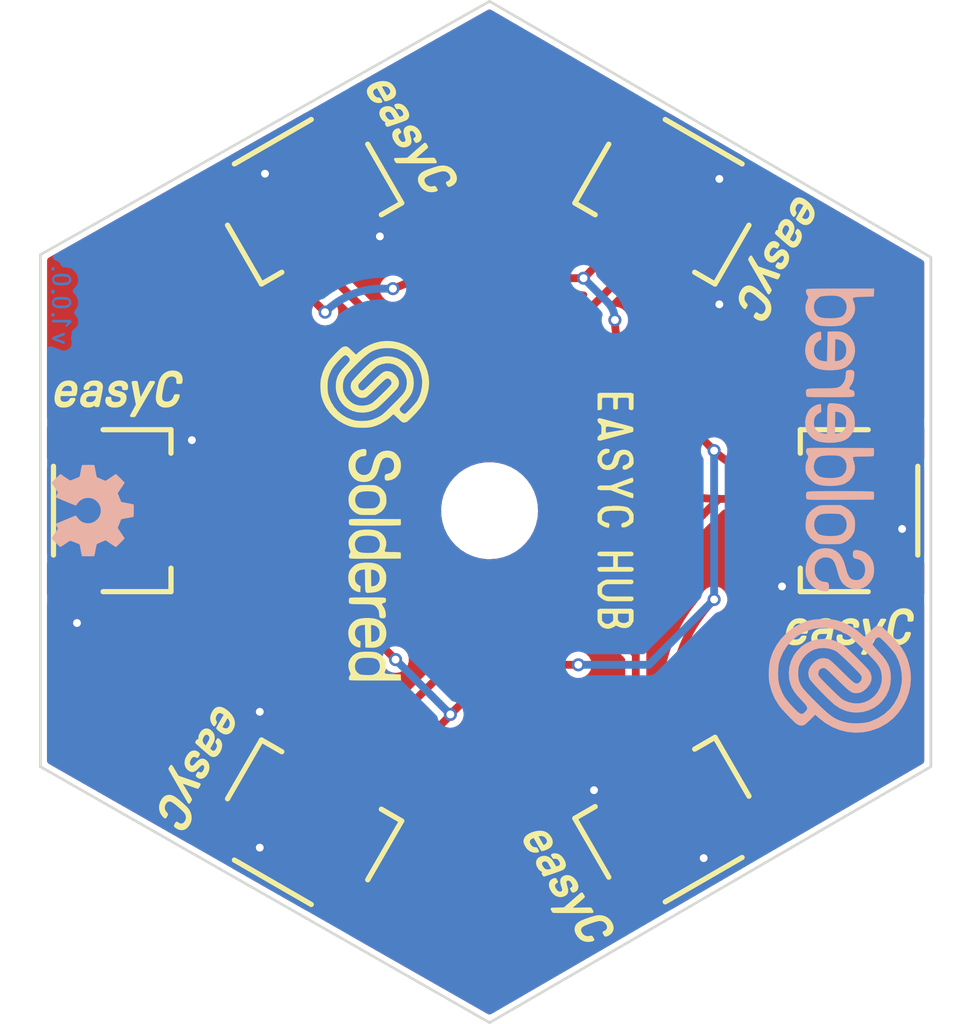
<source format=kicad_pcb>
(kicad_pcb (version 20210623) (generator pcbnew)
  (title_block (title "easyC hub") (date "2021-07-20") (rev "V1.0.0.") (company "SOLDERED") (comment 1 "333043"))
  (layers (0 "F.Cu" signal) (31 "B.Cu" signal) (34 "B.Paste" user) (35 "F.Paste" user) (36 "B.SilkS" user "B.Silkscreen") (37 "F.SilkS" user "F.Silkscreen") (38 "B.Mask" user) (39 "F.Mask" user) (44 "Edge.Cuts" user))
  (net 0 "")
  (net 1 "SCL")
  (net 2 "SDA")
  (net 3 "3V3")
  (net 4 "GND")
  (footprint "e-radionica.com footprinti:FIDUCIAL_23" (layer "F.Cu") (at 90.3 67 -90)
    (fp_text reference "FD1")
    (fp_text value "FIDUCIAL")
    (fp_circle (center 0 0) (end 1 0) (layer "F.Cu") (width 0.2) (fill none))
    (pad "1" smd circle (at 0 0 270) (size 1 1) (layers "F.Cu" "F.Paste" "F.Mask") (clearance 1.1))
  )
  (footprint "Soldered Graphics:Logo-Front-easyC-5mm" (layer "F.Cu") (at 78.3 92.6 -120)
    (fp_text reference "G***" hide)
    (fp_text value "LOGO" hide)
  )
  (footprint "e-radionica.com footprinti:easyC-connector" (layer "F.Cu") (at 96.3 71.1 -30)
    (fp_text reference "K5")
    (fp_text value "easyC-SMD")
    (pad "1" smd rect locked (at -1.5 2.15 330) (size 0.6 1.55) (layers "F.Cu" "F.Paste" "F.Mask") (net 1 "SCL"))
    (pad "2" smd rect locked (at -0.5 2.15 330) (size 0.6 1.55) (layers "F.Cu" "F.Paste" "F.Mask") (net 2 "SDA"))
    (pad "3" smd rect locked (at 0.5 2.15 330) (size 0.6 1.55) (layers "F.Cu" "F.Paste" "F.Mask") (net 3 "3V3"))
    (pad "4" smd rect locked (at 1.5 2.15 330) (size 0.6 1.55) (layers "F.Cu" "F.Paste" "F.Mask") (net 4 "GND"))
    (pad "5" smd rect locked (at -2.6 -2.15 330) (size 1.2 1.8) (layers "F.Cu" "F.Paste" "F.Mask") (net 4 "GND"))
    (pad "5" smd rect locked (at 2.6 -2.15 330) (size 1.2 1.8) (layers "F.Cu" "F.Paste" "F.Mask") (net 4 "GND"))
  )
  (footprint "e-radionica.com footprinti:easyC-connector" (layer "F.Cu") (at 103.1 82.8 -90)
    (fp_text reference "K4")
    (fp_text value "easyC-SMD")
    (pad "1" smd rect locked (at -1.5 2.15 270) (size 0.6 1.55) (layers "F.Cu" "F.Paste" "F.Mask") (net 1 "SCL"))
    (pad "2" smd rect locked (at -0.5 2.15 270) (size 0.6 1.55) (layers "F.Cu" "F.Paste" "F.Mask") (net 2 "SDA"))
    (pad "3" smd rect locked (at 0.5 2.15 270) (size 0.6 1.55) (layers "F.Cu" "F.Paste" "F.Mask") (net 3 "3V3"))
    (pad "4" smd rect locked (at 1.5 2.15 270) (size 0.6 1.55) (layers "F.Cu" "F.Paste" "F.Mask") (net 4 "GND"))
    (pad "5" smd rect locked (at -2.6 -2.15 270) (size 1.2 1.8) (layers "F.Cu" "F.Paste" "F.Mask") (net 4 "GND"))
    (pad "5" smd rect locked (at 2.6 -2.15 270) (size 1.2 1.8) (layers "F.Cu" "F.Paste" "F.Mask") (net 4 "GND"))
  )
  (footprint "e-radionica.com footprinti:easyC-connector" (layer "F.Cu") (at 96.3 94.5 -150)
    (fp_text reference "K3")
    (fp_text value "easyC-SMD")
    (pad "1" smd rect locked (at -1.5 2.15 210) (size 0.6 1.55) (layers "F.Cu" "F.Paste" "F.Mask") (net 1 "SCL"))
    (pad "2" smd rect locked (at -0.5 2.15 210) (size 0.6 1.55) (layers "F.Cu" "F.Paste" "F.Mask") (net 2 "SDA"))
    (pad "3" smd rect locked (at 0.5 2.15 210) (size 0.6 1.55) (layers "F.Cu" "F.Paste" "F.Mask") (net 3 "3V3"))
    (pad "4" smd rect locked (at 1.5 2.15 210) (size 0.6 1.55) (layers "F.Cu" "F.Paste" "F.Mask") (net 4 "GND"))
    (pad "5" smd rect locked (at -2.6 -2.15 210) (size 1.2 1.8) (layers "F.Cu" "F.Paste" "F.Mask") (net 4 "GND"))
    (pad "5" smd rect locked (at 2.6 -2.15 210) (size 1.2 1.8) (layers "F.Cu" "F.Paste" "F.Mask") (net 4 "GND"))
  )
  (footprint "Soldered Graphics:Logo-Front-easyC-5mm" (layer "F.Cu") (at 103.3 87.4)
    (fp_text reference "G***" hide)
    (fp_text value "LOGO" hide)
  )
  (footprint "Soldered Graphics:Logo-Front-easyC-5mm" (layer "F.Cu") (at 75.3 78.3)
    (fp_text reference "G***" hide)
    (fp_text value "LOGO" hide)
  )
  (footprint "Soldered Graphics:Logo-Back-SolderedFULL-17mm" (layer "F.Cu") (at 102.91 82.8 -90)
    (fp_text reference "REF**" hide)
    (fp_text value "Logo-Front-SolderedFULL-17mm" hide)
  )
  (footprint "buzzardLabel" (layer "F.Cu") (at 94.3 82.8 -90)
    (fp_text reference "" (at 0 0 90) (layer "F.SilkS") (effects (font (size 1.27 1.27))))
    (fp_text value "" (at 0 0 90) (layer "F.SilkS") (effects (font (size 1.27 1.27))))
  )
  (footprint "e-radionica.com footprinti:easyC-connector" (layer "F.Cu") (at 75.6 82.8 90)
    (fp_text reference "K1")
    (fp_text value "easyC-SMD")
    (pad "1" smd rect locked (at -1.5 2.15 90) (size 0.6 1.55) (layers "F.Cu" "F.Paste" "F.Mask") (net 1 "SCL"))
    (pad "2" smd rect locked (at -0.5 2.15 90) (size 0.6 1.55) (layers "F.Cu" "F.Paste" "F.Mask") (net 2 "SDA"))
    (pad "3" smd rect locked (at 0.5 2.15 90) (size 0.6 1.55) (layers "F.Cu" "F.Paste" "F.Mask") (net 3 "3V3"))
    (pad "4" smd rect locked (at 1.5 2.15 90) (size 0.6 1.55) (layers "F.Cu" "F.Paste" "F.Mask") (net 4 "GND"))
    (pad "5" smd rect locked (at -2.6 -2.15 90) (size 1.2 1.8) (layers "F.Cu" "F.Paste" "F.Mask") (net 4 "GND"))
    (pad "5" smd rect locked (at 2.6 -2.15 90) (size 1.2 1.8) (layers "F.Cu" "F.Paste" "F.Mask") (net 4 "GND"))
  )
  (footprint "Soldered Graphics:Logo-Front-easyC-5mm" (layer "F.Cu") (at 100.5 73.1 -120)
    (fp_text reference "G***" hide)
    (fp_text value "LOGO" hide)
  )
  (footprint "e-radionica.com footprinti:HOLE_3.2mm" (layer "F.Cu") (at 89.5 82.8 -90)
    (fp_text reference "H1" hide)
    (fp_text value "HOLE_3.2mm" hide)
    (pad "" np_thru_hole circle locked (at 0 0 270) (size 3.2 3.2) (drill 3.2) (layers F&B.Cu *.Mask))
  )
  (footprint "Soldered Graphics:Logo-Front-SolderedFULL-13mm" (layer "F.Cu") (at 85.1 82.8 -90)
    (fp_text reference "REF**" hide)
    (fp_text value "Logo-Front-SolderedFULL-13mm" hide)
  )
  (footprint "Soldered Graphics:Logo-Back-OSH-3.5mm" (layer "F.Cu") (at 74.3 82.8 -90)
    (fp_text reference "G***" hide)
    (fp_text value "LOGO" hide)
  )
  (footprint "e-radionica.com footprinti:easyC-connector" (layer "F.Cu") (at 82.6 71.1 30)
    (fp_text reference "K6")
    (fp_text value "easyC-SMD")
    (pad "1" smd rect locked (at -1.5 2.15 30) (size 0.6 1.55) (layers "F.Cu" "F.Paste" "F.Mask") (net 1 "SCL"))
    (pad "2" smd rect locked (at -0.5 2.15 30) (size 0.6 1.55) (layers "F.Cu" "F.Paste" "F.Mask") (net 2 "SDA"))
    (pad "3" smd rect locked (at 0.5 2.15 30) (size 0.6 1.55) (layers "F.Cu" "F.Paste" "F.Mask") (net 3 "3V3"))
    (pad "4" smd rect locked (at 1.5 2.15 30) (size 0.6 1.55) (layers "F.Cu" "F.Paste" "F.Mask") (net 4 "GND"))
    (pad "5" smd rect locked (at -2.6 -2.15 30) (size 1.2 1.8) (layers "F.Cu" "F.Paste" "F.Mask") (net 4 "GND"))
    (pad "5" smd rect locked (at 2.6 -2.15 30) (size 1.2 1.8) (layers "F.Cu" "F.Paste" "F.Mask") (net 4 "GND"))
  )
  (footprint "e-radionica.com footprinti:easyC-connector" (layer "F.Cu") (at 82.6 94.6 150)
    (fp_text reference "K2")
    (fp_text value "easyC-SMD")
    (pad "1" smd rect locked (at -1.5 2.15 150) (size 0.6 1.55) (layers "F.Cu" "F.Paste" "F.Mask") (net 1 "SCL"))
    (pad "2" smd rect locked (at -0.5 2.15 150) (size 0.6 1.55) (layers "F.Cu" "F.Paste" "F.Mask") (net 2 "SDA"))
    (pad "3" smd rect locked (at 0.5 2.15 150) (size 0.6 1.55) (layers "F.Cu" "F.Paste" "F.Mask") (net 3 "3V3"))
    (pad "4" smd rect locked (at 1.5 2.15 150) (size 0.6 1.55) (layers "F.Cu" "F.Paste" "F.Mask") (net 4 "GND"))
    (pad "5" smd rect locked (at -2.6 -2.15 150) (size 1.2 1.8) (layers "F.Cu" "F.Paste" "F.Mask") (net 4 "GND"))
    (pad "5" smd rect locked (at 2.6 -2.15 150) (size 1.2 1.8) (layers "F.Cu" "F.Paste" "F.Mask") (net 4 "GND"))
  )
  (footprint "Soldered Graphics:Logo-Front-easyC-5mm" (layer "F.Cu") (at 92.4 97.2 -60)
    (fp_text reference "G***" hide)
    (fp_text value "LOGO" hide)
  )
  (footprint "Soldered Graphics:Logo-Front-easyC-5mm" (layer "F.Cu") (at 86.4 68.5 -60)
    (fp_text reference "G***" hide)
    (fp_text value "LOGO" hide)
  )
  (footprint "Soldered Graphics:Version1.0.0." (layer "B.Cu") (at 73.1 74.9 90)
    (fp_text reference "Ref**" hide)
    (fp_text value "Val**" hide)
    (fp_poly (pts (xy 1.31 -0.38) (xy 1.36 -0.38) (xy 1.41 -0.37) (xy 1.42 -0.33) (xy 1.42 -0.27) (xy 1.38 -0.26) (xy 1.33 -0.26) (xy 1.3 -0.29) (xy 1.3 -0.34) (xy 1.31 -0.38)) (layer "B.Cu") (width 0.01) (fill solid))
    (fp_poly (pts (xy 0.93 -0.35) (xy 0.99 -0.35) (xy 1.04 -0.33) (xy 1.01 -0.28) (xy 0.91 -0.28) (xy 0.87 -0.25) (xy 0.85 -0.2) (xy 0.83 -0.15) (xy 0.83 -0.11) (xy 0.82 0.01) (xy 0.83 0.13) (xy 0.83 0.17) (xy 0.84 0.22) (xy 0.87 0.27) (xy 0.9 0.3) (xy 1.01 0.3) (xy 1.04 0.26) (xy 1.05 0.21) (xy 1.06 0.15) (xy 1.07 0.05) (xy 1.07 -0.08) (xy 1.06 -0.12) (xy 1.06 -0.17) (xy 1.04 -0.22) (xy 1.02 -0.27) (xy 1.01 -0.28) (xy 1.05 -0.32) (xy 1.09 -0.29) (xy 1.12 -0.26) (xy 1.14 -0.22) (xy 1.15 -0.16) (xy 1.16 -0.11) (xy 1.16 -0.06) (xy 1.16 0.06) (xy 1.16 0.12) (xy 1.15 0.17) (xy 1.14 0.22) (xy 1.13 0.27) (xy 1.1 0.3) (xy 1.06 0.34) (xy 1.01 0.37) (xy 0.95 0.38) (xy 0.9 0.38) (xy 0.84 0.35) (xy 0.8 0.31) (xy 0.78 0.28) (xy 0.75 0.23) (xy 0.74 0.18) (xy 0.74 0.13) (xy 0.73 0.08) (xy 0.73 -0.04) (xy 0.73 -0.1) (xy 0.74 -0.14) (xy 0.75 -0.2) (xy 0.77 -0.25) (xy 0.79 -0.28) (xy 0.83 -0.32) (xy 0.89 -0.35) (xy 0.93 -0.35)) (layer "B.Cu") (width 0.01) (fill solid))
    (fp_poly (pts (xy -0.44 -0.38) (xy -0.39 -0.38) (xy -0.34 -0.37) (xy -0.34 -0.33) (xy -0.34 -0.27) (xy -0.38 -0.26) (xy -0.43 -0.26) (xy -0.46 -0.29) (xy -0.46 -0.34) (xy -0.44 -0.38)) (layer "B.Cu") (width 0.01) (fill solid))
    (fp_poly (pts (xy 0.06 -0.35) (xy 0.11 -0.35) (xy 0.17 -0.33) (xy 0.13 -0.28) (xy 0.03 -0.28) (xy -0.01 -0.25) (xy -0.03 -0.2) (xy -0.05 -0.15) (xy -0.05 -0.11) (xy -0.05 0.01) (xy -0.05 0.13) (xy -0.05 0.17) (xy -0.03 0.22) (xy -0.01 0.27) (xy 0.02 0.3) (xy 0.13 0.3) (xy 0.16 0.26) (xy 0.18 0.21) (xy 0.18 0.15) (xy 0.19 0.05) (xy 0.19 -0.08) (xy 0.19 -0.12) (xy 0.18 -0.17) (xy 0.16 -0.22) (xy 0.14 -0.27) (xy 0.14 -0.28) (xy 0.17 -0.32) (xy 0.21 -0.29) (xy 0.24 -0.26) (xy 0.26 -0.22) (xy 0.27 -0.16) (xy 0.28 -0.11) (xy 0.28 -0.06) (xy 0.28 0.06) (xy 0.28 0.12) (xy 0.27 0.17) (xy 0.26 0.22) (xy 0.25 0.27) (xy 0.22 0.3) (xy 0.19 0.34) (xy 0.13 0.37) (xy 0.08 0.38) (xy 0.02 0.38) (xy -0.03 0.35) (xy -0.08 0.31) (xy -0.1 0.28) (xy -0.12 0.23) (xy -0.14 0.18) (xy -0.14 0.13) (xy -0.15 0.08) (xy -0.15 -0.04) (xy -0.14 -0.1) (xy -0.14 -0.14) (xy -0.13 -0.2) (xy -0.11 -0.25) (xy -0.08 -0.28) (xy -0.05 -0.32) (xy 0.01 -0.35) (xy 0.06 -0.35)) (layer "B.Cu") (width 0.01) (fill solid))
    (fp_poly (pts (xy 0.43 -0.38) (xy 0.48 -0.38) (xy 0.54 -0.37) (xy 0.54 -0.33) (xy 0.54 -0.27) (xy 0.5 -0.26) (xy 0.45 -0.26) (xy 0.42 -0.29) (xy 0.42 -0.34) (xy 0.43 -0.38)) (layer "B.Cu") (width 0.01) (fill solid))
    (fp_poly (pts (xy -1.33 -0.35) (xy -1.27 -0.35) (xy -1.25 -0.31) (xy -1.09 0.1) (xy -1.11 0.13) (xy -1.16 0.13) (xy -1.19 0.1) (xy -1.28 -0.16) (xy -1.3 -0.21) (xy -1.32 -0.17) (xy -1.41 0.09) (xy -1.44 0.13) (xy -1.49 0.13) (xy -1.51 0.1) (xy -1.36 -0.31) (xy -1.33 -0.35)) (layer "B.Cu") (width 0.01) (fill solid))
    (fp_poly (pts (xy -0.67 -0.35) (xy -0.62 -0.35) (xy -0.6 -0.31) (xy -0.6 0.35) (xy -0.64 0.38) (xy -0.69 0.38) (xy -0.73 0.34) (xy -0.84 0.22) (xy -0.86 0.17) (xy -0.83 0.16) (xy -0.73 0.22) (xy -0.69 0.23) (xy -0.69 -0.31) (xy -0.67 -0.35)) (layer "B.Cu") (width 0.01) (fill solid))
  )
  (gr_line (start 72.3 73) (end 72.3 92.6) (layer "Edge.Cuts") (width 0.1))
  (gr_line (start 106.4 92.6) (end 106.4 73.1) (layer "Edge.Cuts") (width 0.1))
  (gr_line (start 89.5 63.3) (end 72.3 73) (layer "Edge.Cuts") (width 0.1))
  (gr_line (start 106.4 73.1) (end 89.5 63.3) (layer "Edge.Cuts") (width 0.1))
  (gr_line (start 72.3 92.6) (end 89.5 102.4) (layer "Edge.Cuts") (width 0.1))
  (gr_line (start 89.5 102.4) (end 106.4 92.6) (layer "Edge.Cuts") (width 0.1))
  (segment (start 82.845487 74.845487) (end 83.2 75.2) (width 0.3) (layer "F.Cu") (net 1))
  (segment (start 85.844209 74.290972) (end 86.215909 74.137009) (width 0.3) (layer "F.Cu") (net 1))
  (segment (start 100.85 81.35) (end 100.152081 81.35) (width 0.3) (layer "F.Cu") (net 1))
  (segment (start 88 90.631041) (end 85.142996 93.488045) (width 0.3) (layer "F.Cu") (net 1))
  (segment (start 85.835181 74.3) (end 85.844209 74.290972) (width 0.3) (layer "F.Cu") (net 1))
  (segment (start 96.524038 91.888045) (end 96.524038 90.004708) (width 0.3) (layer "F.Cu") (net 1))
  (segment (start 87.597056 73.9) (end 93.1 73.9) (width 0.3) (layer "F.Cu") (net 1))
  (segment (start 88 90.6) (end 88 90.631041) (width 0.3) (layer "F.Cu") (net 1))
  (segment (start 88 90.6) (end 89.9 88.7) (width 0.3) (layer "F.Cu") (net 1))
  (segment (start 87.395893 73.902295) (end 87.597056 73.9) (width 0.3) (layer "F.Cu") (net 1))
  (segment (start 86.995505 73.94173) (end 87.395893 73.902295) (width 0.3) (layer "F.Cu") (net 1))
  (segment (start 84.507717 87.107716) (end 85.9 88.5) (width 0.3) (layer "F.Cu") (net 1))
  (segment (start 93.5 72.637917) (end 93.925962 72.211955) (width 0.3) (layer "F.Cu") (net 1))
  (segment (start 95.148528 77.548528) (end 98.1 80.5) (width 0.3) (layer "F.Cu") (net 1))
  (segment (start 86.60091 74.02022) (end 86.995505 73.94173) (width 0.3) (layer "F.Cu") (net 1))
  (segment (start 85.8 74.3) (end 85.835181 74.3) (width 0.3) (layer "F.Cu") (net 1))
  (segment (start 93.5 73.5) (end 93.5 72.637917) (width 0.3) (layer "F.Cu") (net 1))
  (segment (start 93.1 73.9) (end 93.5 73.5) (width 0.3) (layer "F.Cu") (net 1))
  (segment (start 86.215909 74.137009) (end 86.60091 74.02022) (width 0.3) (layer "F.Cu") (net 1))
  (segment (start 85.142996 93.488045) (end 84.974038 93.488045) (width 0.3) (layer "F.Cu") (net 1))
  (segment (start 89.9 88.7) (end 92.9 88.7) (width 0.3) (layer "F.Cu") (net 1))
  (via (at 85.8 74.3) (size 0.5) (drill 0.3) (layers "F.Cu" "B.Cu") (net 1))
  (via (at 85.9 88.5) (size 0.5) (drill 0.3) (layers "F.Cu" "B.Cu") (net 1))
  (via (at 98.1 86.2) (size 0.5) (drill 0.3) (layers "F.Cu" "B.Cu") (net 1))
  (via (at 98.1 80.5) (size 0.5) (drill 0.3) (layers "F.Cu" "B.Cu") (net 1))
  (via (at 88 90.6) (size 0.5) (drill 0.3) (layers "F.Cu" "B.Cu") (net 1))
  (via (at 83.2 75.2) (size 0.5) (drill 0.3) (layers "F.Cu" "B.Cu") (net 1))
  (via (at 92.9 88.7) (size 0.5) (drill 0.3) (layers "F.Cu" "B.Cu") (net 1))
  (via (at 94.3 75.5) (size 0.5) (drill 0.3) (layers "F.Cu" "B.Cu") (net 1))
  (via (at 93.1 73.9) (size 0.5) (drill 0.3) (layers "F.Cu" "B.Cu") (net 1))
  (arc (start 82.375962 73.711955) (mid 82.497987 74.325417) (end 82.845487 74.845487) (width 0.3) (layer "F.Cu") (net 1))
  (arc (start 77.85 84.35) (mid 81.45313 85.066707) (end 84.507717 87.107716) (width 0.3) (layer "F.Cu") (net 1))
  (arc (start 96.524038 90.004708) (mid 96.933617 87.945615) (end 98.1 86.2) (width 0.3) (layer "F.Cu") (net 1))
  (arc (start 94.3 75.5) (mid 94.520525 76.608655) (end 95.148528 77.548528) (width 0.3) (layer "F.Cu") (net 1))
  (arc (start 100.152081 81.35) (mid 99.041503 81.129092) (end 98.1 80.5) (width 0.3) (layer "F.Cu") (net 1))
  (segment (start 95.6 88.7) (end 92.9 88.7) (width 0.3) (layer "B.Cu") (net 1))
  (segment (start 85.9 88.5) (end 88 90.6) (width 0.3) (layer "B.Cu") (net 1))
  (segment (start 98.1 86.2) (end 95.6 88.7) (width 0.3) (layer "B.Cu") (net 1))
  (segment (start 85.8 74.3) (end 85.372792 74.3) (width 0.3) (layer "B.Cu") (net 1))
  (segment (start 93.1 73.9) (end 94.017157 74.817157) (width 0.3) (layer "B.Cu") (net 1))
  (segment (start 98.1 80.5) (end 98.1 86.2) (width 0.3) (layer "B.Cu") (net 1))
  (arc (start 94.017157 74.817157) (mid 94.226491 75.130448) (end 94.3 75.5) (width 0.3) (layer "B.Cu") (net 1))
  (arc (start 85.372792 74.3) (mid 84.196886 74.533902) (end 83.2 75.2) (width 0.3) (layer "B.Cu") (net 1))
  (segment (start 87.609589 89.093919) (end 88.013358 88.749068) (width 0.3) (layer "F.Cu") (net 2))
  (segment (start 84.6 92.1) (end 87.420101 89.279899) (width 0.3) (layer "F.Cu") (net 2))
  (segment (start 92.3 77) (end 91.2 75.9) (width 0.3) (layer "F.Cu") (net 2))
  (segment (start 100.85 82.35) (end 98.283452 82.35) (width 0.3) (layer "F.Cu") (net 2))
  (segment (start 84.900017 80.299983) (end 84.678427 80.521573) (width 0.3) (layer "F.Cu") (net 2))
  (segment (start 94.791987 72.908013) (end 94.2 73.5) (width 0.3) (layer "F.Cu") (net 2))
  (segment (start 91.120102 75.9) (end 87.5 75.9) (width 0.3) (layer "F.Cu") (net 2))
  (segment (start 91.40515 87.344141) (end 91.934504 87.30248) (width 0.3) (layer "F.Cu") (net 2))
  (segment (start 84.388068 92.311931) (end 84.6 92.1) (width 0.3) (layer "F.Cu") (net 2))
  (segment (start 96.133733 84.499719) (end 98.283452 82.35) (width 0.3) (layer "F.Cu") (net 2))
  (segment (start 92.3 78.7) (end 92.3 77) (width 0.3) (layer "F.Cu") (net 2))
  (segment (start 91.934504 87.30248) (end 94.10248 87.30248) (width 0.3) (layer "F.Cu") (net 2))
  (segment (start 84.2 74.6) (end 85.075735 75.475735) (width 0.3) (layer "F.Cu") (net 2))
  (segment (start 85.6 78.3) (end 85.6 78.610075) (width 0.3) (layer "F.Cu") (net 2))
  (segment (start 94.791987 72.711955) (end 94.791987 72.908013) (width 0.3) (layer "F.Cu") (net 2))
  (segment (start 90.364375 87.551164) (end 90.880696 87.427206) (width 0.3) (layer "F.Cu") (net 2))
  (segment (start 87.5 75.9) (end 86.1 75.9) (width 0.3) (layer "F.Cu") (net 2))
  (segment (start 94.2 73.5) (end 94.2 74.2) (width 0.3) (layer "F.Cu") (net 2))
  (segment (start 87.420101 89.279899) (end 87.609589 89.093919) (width 0.3) (layer "F.Cu") (net 2))
  (segment (start 88.013358 88.749068) (end 88.442939 88.436958) (width 0.3) (layer "F.Cu") (net 2))
  (segment (start 89.3688 87.918451) (end 89.859372 87.715249) (width 0.3) (layer "F.Cu") (net 2))
  (segment (start 88.895683 88.159516) (end 89.3688 87.918451) (width 0.3) (layer "F.Cu") (net 2))
  (segment (start 83.1 72.9) (end 83.163804 72.963804) (width 0.3) (layer "F.Cu") (net 2))
  (segment (start 91.2 75.9) (end 91.120102 75.9) (width 0.3) (layer "F.Cu") (net 2))
  (segment (start 94.3 80.7) (end 92.3 78.7) (width 0.3) (layer "F.Cu") (net 2))
  (segment (start 90.880696 87.427206) (end 91.40515 87.344141) (width 0.3) (layer "F.Cu") (net 2))
  (segment (start 94.2 74.2) (end 92.5 75.9) (width 0.3) (layer "F.Cu") (net 2))
  (segment (start 94.10248 87.30248) (end 95.1 88.3) (width 0.3) (layer "F.Cu") (net 2))
  (segment (start 95.1 91.040883) (end 95.1 86.995372) (width 0.3) (layer "F.Cu") (net 2))
  (segment (start 89.859372 87.715249) (end 90.364375 87.551164) (width 0.3) (layer "F.Cu") (net 2))
  (segment (start 83.546066 73.946065) (end 84.2 74.6) (width 0.3) (layer "F.Cu") (net 2))
  (segment (start 87.5 75.9) (end 85.953554 77.446446) (width 0.3) (layer "F.Cu") (net 2))
  (segment (start 92.5 75.9) (end 91.120102 75.9) (width 0.3) (layer "F.Cu") (net 2))
  (segment (start 88.442939 88.436958) (end 88.895683 88.159516) (width 0.3) (layer "F.Cu") (net 2))
  (arc (start 83.241987 73.211955) (mid 83.321014 73.609253) (end 83.546066 73.946065) (width 0.3) (layer "F.Cu") (net 2))
  (arc (start 84.678427 80.521573) (mid 81.545518 82.614916) (end 77.85 83.35) (width 0.3) (layer "F.Cu") (net 2))
  (arc (start 98.283452 82.35) (mid 96.127624 81.921179) (end 94.3 80.7) (width 0.3) (layer "F.Cu") (net 2))
  (arc (start 85.075735 75.475735) (mid 85.545671 75.789737) (end 86.1 75.9) (width 0.3) (layer "F.Cu") (net 2))
  (arc (start 95.1 86.995372) (mid 95.368659 85.644734) (end 96.133733 84.499719) (width 0.3) (layer "F.Cu") (net 2))
  (arc (start 84.108013 92.988045) (mid 84.180797 92.622135) (end 84.388068 92.311931) (width 0.3) (layer "F.Cu") (net 2))
  (arc (start 85.953554 77.446446) (mid 85.691886 77.83806) (end 85.6 78.3) (width 0.3) (layer "F.Cu") (net 2))
  (arc (start 83.163804 72.963804) (mid 83.270534 73.123537) (end 83.308013 73.311955) (width 0.3) (layer "F.Cu") (net 2))
  (arc (start 95.658013 92.388045) (mid 95.245024 91.769963) (end 95.1 91.040883) (width 0.3) (layer "F.Cu") (net 2))
  (arc (start 85.6 78.610075) (mid 85.418081 79.524646) (end 84.900017 80.299983) (width 0.3) (layer "F.Cu") (net 2))
  (segment (start 93.037259 70.1) (end 93.27566 70.102452) (width 0.3) (layer "F.Cu") (net 3))
  (segment (start 82.909669 93.29033) (end 82.8 93.4) (width 0.3) (layer "F.Cu") (net 3))
  (segment (start 82.075736 93.7) (end 81.3 93.7) (width 0.3) (layer "F.Cu") (net 3))
  (segment (start 77.397057 89.797057) (end 81.3 93.7) (width 0.3) (layer "F.Cu") (net 3))
  (segment (start 95.128812 70.513286) (end 95.560942 70.714792) (width 0.3) (layer "F.Cu") (net 3))
  (segment (start 96.265685 94.3) (end 96.4 94.3) (width 0.3) (layer "F.Cu") (net 3))
  (segment (start 103.1 77.7) (end 103.1 83.7) (width 0.3) (layer "F.Cu") (net 3))
  (segment (start 77.85 82.35) (end 76.262132 82.35) (width 0.3) (layer "F.Cu") (net 3))
  (segment (start 97.037763 71.9) (end 97.1 71.9) (width 0.3) (layer "F.Cu") (net 3))
  (segment (start 95.846446 94.853554) (end 96.4 94.3) (width 0.3) (layer "F.Cu") (net 3))
  (segment (start 94.680764 70.35021) (end 95.128812 70.513286) (width 0.3) (layer "F.Cu") (net 3))
  (segment (start 96.364439 71.226676) (end 97.037763 71.9) (width 0.3) (layer "F.Cu") (net 3))
  (segment (start 75.7 82.982842) (end 75.7 85.7) (width 0.3) (layer "F.Cu") (net 3))
  (segment (start 103.1 89.3) (end 103.1 83.7) (width 0.3) (layer "F.Cu") (net 3))
  (segment (start 83.893094 72.193093) (end 83.4 71.7) (width 0.3) (layer "F.Cu") (net 3))
  (segment (start 99.8 92.6) (end 103.1 89.3) (width 0.3) (layer "F.Cu") (net 3))
  (segment (start 97.1 71.9) (end 97.3 71.9) (width 0.3) (layer "F.Cu") (net 3))
  (segment (start 84.624264 70.1) (end 93.037259 70.1) (width 0.3) (layer "F.Cu") (net 3))
  (segment (start 93.750649 70.144008) (end 94.220208 70.226804) (width 0.3) (layer "F.Cu") (net 3))
  (segment (start 83.4 71.7) (end 83.4 71.607106) (width 0.3) (layer "F.Cu") (net 3))
  (segment (start 97.3 71.9) (end 103.1 77.7) (width 0.3) (layer "F.Cu") (net 3))
  (segment (start 95.973865 70.953193) (end 96.364439 71.226676) (width 0.3) (layer "F.Cu") (net 3))
  (segment (start 95.560942 70.714792) (end 95.973865 70.953193) (width 0.3) (layer "F.Cu") (net 3))
  (segment (start 95.990331 72.40967) (end 96.1 72.3) (width 0.3) (layer "F.Cu") (net 3))
  (segment (start 100.85 83.35) (end 102.255026 83.35) (width 0.3) (layer "F.Cu") (net 3))
  (segment (start 97.065685 71.9) (end 97.1 71.9) (width 0.3) (layer "F.Cu") (net 3))
  (segment (start 85.162741 95.3) (end 94.76863 95.3) (width 0.3) (layer "F.Cu") (net 3))
  (segment (start 99.302081 93.097919) (end 99.8 92.6) (width 0.3) (layer "F.Cu") (net 3))
  (segment (start 93.27566 70.102452) (end 93.750649 70.144008) (width 0.3) (layer "F.Cu") (net 3))
  (segment (start 95.148328 93.748328) (end 95.3 93.9) (width 0.3) (layer "F.Cu") (net 3))
  (segment (start 94.220208 70.226804) (end 94.680764 70.35021) (width 0.3) (layer "F.Cu") (net 3))
  (arc (start 76.262132 82.35) (mid 76.066148 82.388983) (end 75.9 82.5) (width 0.3) (layer "F.Cu") (net 3))
  (arc (start 95.3 93.9) (mid 95.743059 94.196043) (end 96.265685 94.3) (width 0.3) (layer "F.Cu") (net 3))
  (arc (start 96.1 72.3) (mid 96.543059 72.003957) (end 97.065685 71.9) (width 0.3) (layer "F.Cu") (net 3))
  (arc (start 84.108013 72.711955) (mid 84.052157 72.431149) (end 83.893094 72.193093) (width 0.3) (layer "F.Cu") (net 3))
  (arc (start 96.4 94.3) (mid 97.970595 93.987589) (end 99.302081 93.097919) (width 0.3) (layer "F.Cu") (net 3))
  (arc (start 83.241987 92.488045) (mid 83.15562 92.922239) (end 82.909669 93.29033) (width 0.3) (layer "F.Cu") (net 3))
  (arc (start 75.9 82.5) (mid 75.751978 82.72153) (end 75.7 82.982842) (width 0.3) (layer "F.Cu") (net 3))
  (arc (start 83.4 71.607106) (mid 83.529946 70.953825) (end 83.9 70.4) (width 0.3) (layer "F.Cu") (net 3))
  (arc (start 94.76863 95.3) (mid 95.35194 95.183972) (end 95.846446 94.853554) (width 0.3) (layer "F.Cu") (net 3))
  (arc (start 75.7 85.7) (mid 76.141051 87.917312) (end 77.397057 89.797057) (width 0.3) (layer "F.Cu") (net 3))
  (arc (start 83.9 70.4) (mid 84.232294 70.177968) (end 84.624264 70.1) (width 0.3) (layer "F.Cu") (net 3))
  (arc (start 95.658013 73.211955) (mid 95.74438 72.777761) (end 95.990331 72.40967) (width 0.3) (layer "F.Cu") (net 3))
  (arc (start 102.255026 83.35) (mid 102.712322 83.440962) (end 103.1 83.7) (width 0.3) (layer "F.Cu") (net 3))
  (arc (start 94.791987 92.888045) (mid 94.884597 93.353627) (end 95.148328 93.748328) (width 0.3) (layer "F.Cu") (net 3))
  (arc (start 81.3 93.7) (mid 83.072241 94.884174) (end 85.162741 95.3) (width 0.3) (layer "F.Cu") (net 3))
  (arc (start 82.8 93.4) (mid 82.467706 93.622032) (end 82.075736 93.7) (width 0.3) (layer "F.Cu") (net 3))
  (segment (start 82.321801 92.078198) (end 82.1 92.3) (width 0.3) (layer "F.Cu") (net 4))
  (via (at 73.7 87.1) (size 0.5) (drill 0.3) (layers "F.Cu" "B.Cu") (net 4))
  (via (at 78.1 80.1) (size 0.5) (drill 0.3) (layers "F.Cu" "B.Cu") (net 4))
  (via (at 98.3 74.9) (size 0.5) (drill 0.3) (layers "F.Cu" "B.Cu") (net 4))
  (via (at 98.3 70.1) (size 0.5) (drill 0.3) (layers "F.Cu" "B.Cu") (net 4))
  (via (at 85.3 72.3) (size 0.5) (drill 0.3) (layers "F.Cu" "B.Cu") (net 4))
  (via (at 80.7 95.7) (size 0.5) (drill 0.3) (layers "F.Cu" "B.Cu") (net 4))
  (via (at 100.7 85.7) (size 0.5) (drill 0.3) (layers "F.Cu" "B.Cu") (net 4))
  (via (at 80.9 69.9) (size 0.5) (drill 0.3) (layers "F.Cu" "B.Cu") (net 4))
  (via (at 80.7 90.5) (size 0.5) (drill 0.3) (layers "F.Cu" "B.Cu") (net 4))
  (via (at 97.7 96.1) (size 0.5) (drill 0.3) (layers "F.Cu" "B.Cu") (net 4))
  (via (at 93.5 93.5) (size 0.5) (drill 0.3) (layers "F.Cu" "B.Cu") (net 4))
  (via (at 105.3 83.5) (size 0.5) (drill 0.3) (layers "F.Cu" "B.Cu") (net 4))
  (arc (start 82.441987 91.788045) (mid 82.410752 91.945075) (end 82.321801 92.078198) (width 0.3) (layer "F.Cu") (net 4))
  (zone (net 4) (net_name "GND") (layers F&B.Cu) (connect_pads (clearance 0.254)) (min_thickness 0.254) (fill yes (thermal_gap 0.254) (thermal_bridge_width 0.254))
    (polygon (pts (xy 89.438815 102.400785) (xy 72.238815 92.600785) (xy 72.238815 73.000785) (xy 89.438815 63.300785) (xy 106.338815 73.100785) (xy 106.338815 92.600785)))
  )
)
</source>
